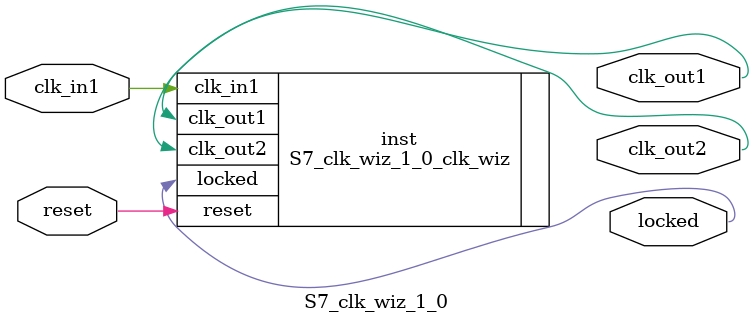
<source format=v>


`timescale 1ps/1ps

(* CORE_GENERATION_INFO = "S7_clk_wiz_1_0,clk_wiz_v6_0_3_0_0,{component_name=S7_clk_wiz_1_0,use_phase_alignment=true,use_min_o_jitter=false,use_max_i_jitter=false,use_dyn_phase_shift=false,use_inclk_switchover=false,use_dyn_reconfig=false,enable_axi=0,feedback_source=FDBK_AUTO,PRIMITIVE=MMCM,num_out_clk=2,clkin1_period=5.000,clkin2_period=10.0,use_power_down=false,use_reset=true,use_locked=true,use_inclk_stopped=false,feedback_type=SINGLE,CLOCK_MGR_TYPE=NA,manual_override=false}" *)

module S7_clk_wiz_1_0 
 (
  // Clock out ports
  output        clk_out1,
  output        clk_out2,
  // Status and control signals
  input         reset,
  output        locked,
 // Clock in ports
  input         clk_in1
 );

  S7_clk_wiz_1_0_clk_wiz inst
  (
  // Clock out ports  
  .clk_out1(clk_out1),
  .clk_out2(clk_out2),
  // Status and control signals               
  .reset(reset), 
  .locked(locked),
 // Clock in ports
  .clk_in1(clk_in1)
  );

endmodule

</source>
